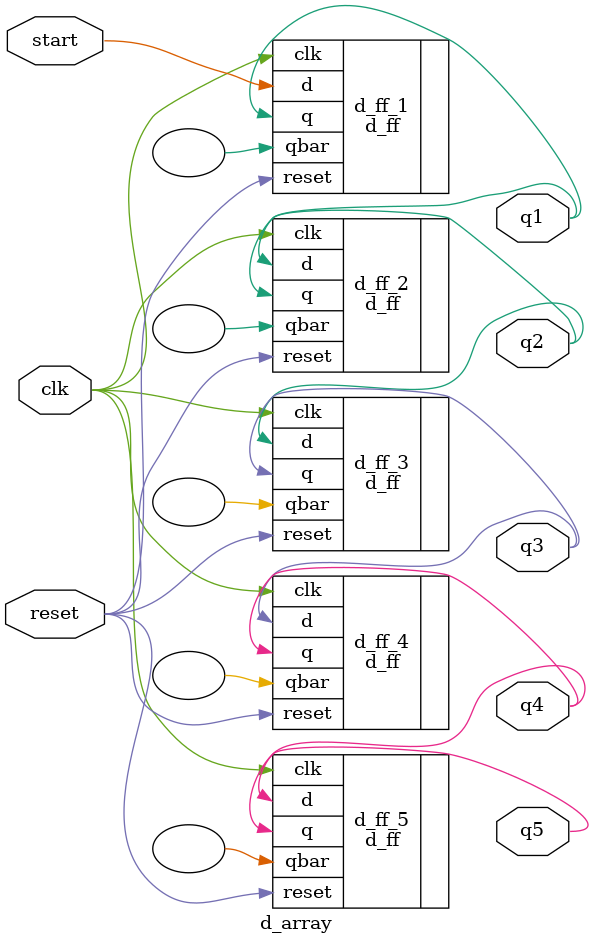
<source format=v>
module d_array(clk,start,q1,q2,q3,q4,q5,reset);

input reset;
input clk;
input start;
output q1,q2,q3,q4,q5;

d_ff d_ff_1(.d(start),.q(q1),.qbar(),.clk(clk),.reset(reset));
d_ff d_ff_2(.d(q1),.q(q2),.qbar(),.clk(clk),.reset(reset));
d_ff d_ff_3(.d(q2),.q(q3),.qbar(),.clk(clk),.reset(reset));
d_ff d_ff_4(.d(q3),.q(q4),.qbar(),.clk(clk),.reset(reset));
d_ff d_ff_5(.d(q4),.q(q5),.qbar(),.clk(clk),.reset(reset));



endmodule

</source>
